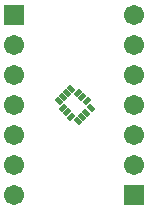
<source format=gts>
G04 DipTrace 3.2.0.1*
G04 I2C_Breakout.gts*
%MOIN*%
G04 #@! TF.FileFunction,Soldermask,Top*
G04 #@! TF.Part,Single*
%AMOUTLINE1*
4,1,4,
-0.015749,0.003131,
-0.003131,0.015749,
0.015749,-0.003131,
0.003131,-0.015749,
-0.015749,0.003131,
0*%
%AMOUTLINE4*
4,1,4,
-0.003131,-0.015749,
-0.015749,-0.003131,
0.003131,0.015749,
0.015749,0.003131,
-0.003131,-0.015749,
0*%
%ADD23C,0.067055*%
%ADD25R,0.067055X0.067055*%
%ADD31OUTLINE1*%
%ADD34OUTLINE4*%
%FSLAX26Y26*%
G04*
G70*
G90*
G75*
G01*
G04 TopMask*
%LPD*%
D25*
X471037Y1065358D3*
D23*
Y965358D3*
Y865358D3*
Y765358D3*
Y665358D3*
Y565358D3*
Y465358D3*
D25*
X871037D3*
D23*
Y565358D3*
Y665358D3*
Y765358D3*
Y865358D3*
Y965358D3*
Y1065358D3*
D31*
X727961Y753888D3*
X714041Y739970D3*
X700121Y726050D3*
X686203Y712130D3*
X663263Y818587D3*
X649344Y804667D3*
X635425Y790747D3*
X621505Y776828D3*
D34*
X686759Y805223D3*
X700679Y791304D3*
X714598Y777385D3*
X635981Y754445D3*
X649901Y740526D3*
X663820Y726606D3*
M02*

</source>
